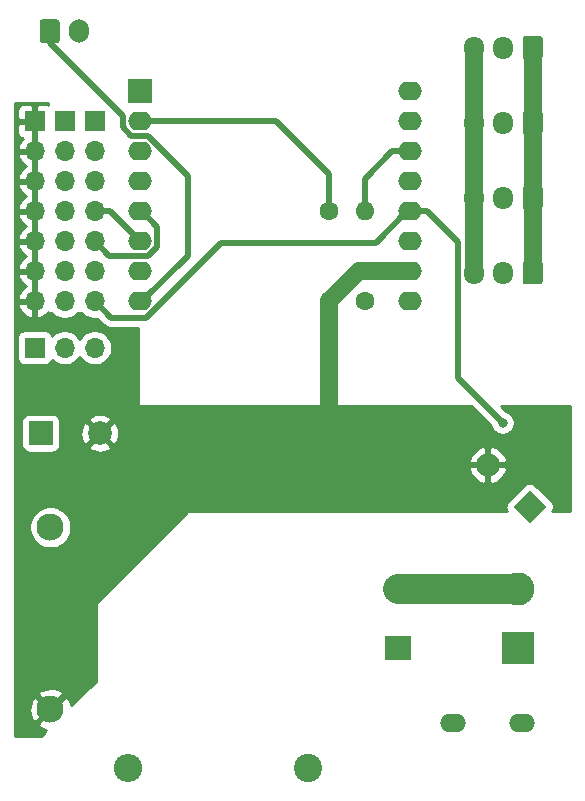
<source format=gbl>
G04 #@! TF.GenerationSoftware,KiCad,Pcbnew,5.1.5+dfsg1-2build2*
G04 #@! TF.CreationDate,2020-05-08T13:19:40+02:00*
G04 #@! TF.ProjectId,powered multisensor,706f7765-7265-4642-906d-756c74697365,rev?*
G04 #@! TF.SameCoordinates,Original*
G04 #@! TF.FileFunction,Copper,L2,Bot*
G04 #@! TF.FilePolarity,Positive*
%FSLAX46Y46*%
G04 Gerber Fmt 4.6, Leading zero omitted, Abs format (unit mm)*
G04 Created by KiCad (PCBNEW 5.1.5+dfsg1-2build2) date 2020-05-08 13:19:40*
%MOMM*%
%LPD*%
G04 APERTURE LIST*
%ADD10R,2.000000X2.000000*%
%ADD11C,2.000000*%
%ADD12R,1.700000X1.700000*%
%ADD13O,1.700000X1.700000*%
%ADD14R,2.800000X2.800000*%
%ADD15C,2.800000*%
%ADD16O,1.700000X1.950000*%
%ADD17C,0.100000*%
%ADD18O,1.700000X2.000000*%
%ADD19C,2.300000*%
%ADD20R,2.300000X2.000000*%
%ADD21C,1.600000*%
%ADD22O,1.600000X1.600000*%
%ADD23C,2.400000*%
%ADD24O,2.400000X2.400000*%
%ADD25O,2.000000X1.600000*%
%ADD26O,2.200000X1.524000*%
%ADD27C,0.800000*%
%ADD28C,1.500000*%
%ADD29C,0.500000*%
%ADD30C,2.500000*%
%ADD31C,0.254000*%
G04 APERTURE END LIST*
D10*
X56134000Y-60579000D03*
D11*
X61134000Y-60579000D03*
D12*
X60706000Y-34163000D03*
D13*
X60706000Y-36703000D03*
X60706000Y-39243000D03*
X60706000Y-41783000D03*
X60706000Y-44323000D03*
X60706000Y-46863000D03*
X60706000Y-49403000D03*
D14*
X96520000Y-78740000D03*
D15*
X96520000Y-73740000D03*
D13*
X55626000Y-49403000D03*
X55626000Y-46863000D03*
X55626000Y-44323000D03*
X55626000Y-41783000D03*
X55626000Y-39243000D03*
X55626000Y-36703000D03*
D12*
X55626000Y-34163000D03*
X55626000Y-53340000D03*
D13*
X58166000Y-53340000D03*
X60706000Y-53340000D03*
D12*
X58166000Y-34163000D03*
D13*
X58166000Y-36703000D03*
X58166000Y-39243000D03*
X58166000Y-41783000D03*
X58166000Y-44323000D03*
X58166000Y-46863000D03*
X58166000Y-49403000D03*
D16*
X92790000Y-27940000D03*
X95290000Y-27940000D03*
G04 #@! TA.AperFunction,ComponentPad*
D17*
G36*
X98414504Y-26966204D02*
G01*
X98438773Y-26969804D01*
X98462571Y-26975765D01*
X98485671Y-26984030D01*
X98507849Y-26994520D01*
X98528893Y-27007133D01*
X98548598Y-27021747D01*
X98566777Y-27038223D01*
X98583253Y-27056402D01*
X98597867Y-27076107D01*
X98610480Y-27097151D01*
X98620970Y-27119329D01*
X98629235Y-27142429D01*
X98635196Y-27166227D01*
X98638796Y-27190496D01*
X98640000Y-27215000D01*
X98640000Y-28665000D01*
X98638796Y-28689504D01*
X98635196Y-28713773D01*
X98629235Y-28737571D01*
X98620970Y-28760671D01*
X98610480Y-28782849D01*
X98597867Y-28803893D01*
X98583253Y-28823598D01*
X98566777Y-28841777D01*
X98548598Y-28858253D01*
X98528893Y-28872867D01*
X98507849Y-28885480D01*
X98485671Y-28895970D01*
X98462571Y-28904235D01*
X98438773Y-28910196D01*
X98414504Y-28913796D01*
X98390000Y-28915000D01*
X97190000Y-28915000D01*
X97165496Y-28913796D01*
X97141227Y-28910196D01*
X97117429Y-28904235D01*
X97094329Y-28895970D01*
X97072151Y-28885480D01*
X97051107Y-28872867D01*
X97031402Y-28858253D01*
X97013223Y-28841777D01*
X96996747Y-28823598D01*
X96982133Y-28803893D01*
X96969520Y-28782849D01*
X96959030Y-28760671D01*
X96950765Y-28737571D01*
X96944804Y-28713773D01*
X96941204Y-28689504D01*
X96940000Y-28665000D01*
X96940000Y-27215000D01*
X96941204Y-27190496D01*
X96944804Y-27166227D01*
X96950765Y-27142429D01*
X96959030Y-27119329D01*
X96969520Y-27097151D01*
X96982133Y-27076107D01*
X96996747Y-27056402D01*
X97013223Y-27038223D01*
X97031402Y-27021747D01*
X97051107Y-27007133D01*
X97072151Y-26994520D01*
X97094329Y-26984030D01*
X97117429Y-26975765D01*
X97141227Y-26969804D01*
X97165496Y-26966204D01*
X97190000Y-26965000D01*
X98390000Y-26965000D01*
X98414504Y-26966204D01*
G37*
G04 #@! TD.AperFunction*
G04 #@! TA.AperFunction,ComponentPad*
G36*
X98414504Y-33316204D02*
G01*
X98438773Y-33319804D01*
X98462571Y-33325765D01*
X98485671Y-33334030D01*
X98507849Y-33344520D01*
X98528893Y-33357133D01*
X98548598Y-33371747D01*
X98566777Y-33388223D01*
X98583253Y-33406402D01*
X98597867Y-33426107D01*
X98610480Y-33447151D01*
X98620970Y-33469329D01*
X98629235Y-33492429D01*
X98635196Y-33516227D01*
X98638796Y-33540496D01*
X98640000Y-33565000D01*
X98640000Y-35015000D01*
X98638796Y-35039504D01*
X98635196Y-35063773D01*
X98629235Y-35087571D01*
X98620970Y-35110671D01*
X98610480Y-35132849D01*
X98597867Y-35153893D01*
X98583253Y-35173598D01*
X98566777Y-35191777D01*
X98548598Y-35208253D01*
X98528893Y-35222867D01*
X98507849Y-35235480D01*
X98485671Y-35245970D01*
X98462571Y-35254235D01*
X98438773Y-35260196D01*
X98414504Y-35263796D01*
X98390000Y-35265000D01*
X97190000Y-35265000D01*
X97165496Y-35263796D01*
X97141227Y-35260196D01*
X97117429Y-35254235D01*
X97094329Y-35245970D01*
X97072151Y-35235480D01*
X97051107Y-35222867D01*
X97031402Y-35208253D01*
X97013223Y-35191777D01*
X96996747Y-35173598D01*
X96982133Y-35153893D01*
X96969520Y-35132849D01*
X96959030Y-35110671D01*
X96950765Y-35087571D01*
X96944804Y-35063773D01*
X96941204Y-35039504D01*
X96940000Y-35015000D01*
X96940000Y-33565000D01*
X96941204Y-33540496D01*
X96944804Y-33516227D01*
X96950765Y-33492429D01*
X96959030Y-33469329D01*
X96969520Y-33447151D01*
X96982133Y-33426107D01*
X96996747Y-33406402D01*
X97013223Y-33388223D01*
X97031402Y-33371747D01*
X97051107Y-33357133D01*
X97072151Y-33344520D01*
X97094329Y-33334030D01*
X97117429Y-33325765D01*
X97141227Y-33319804D01*
X97165496Y-33316204D01*
X97190000Y-33315000D01*
X98390000Y-33315000D01*
X98414504Y-33316204D01*
G37*
G04 #@! TD.AperFunction*
D16*
X95290000Y-34290000D03*
X92790000Y-34290000D03*
X92790000Y-40640000D03*
X95290000Y-40640000D03*
G04 #@! TA.AperFunction,ComponentPad*
D17*
G36*
X98414504Y-39666204D02*
G01*
X98438773Y-39669804D01*
X98462571Y-39675765D01*
X98485671Y-39684030D01*
X98507849Y-39694520D01*
X98528893Y-39707133D01*
X98548598Y-39721747D01*
X98566777Y-39738223D01*
X98583253Y-39756402D01*
X98597867Y-39776107D01*
X98610480Y-39797151D01*
X98620970Y-39819329D01*
X98629235Y-39842429D01*
X98635196Y-39866227D01*
X98638796Y-39890496D01*
X98640000Y-39915000D01*
X98640000Y-41365000D01*
X98638796Y-41389504D01*
X98635196Y-41413773D01*
X98629235Y-41437571D01*
X98620970Y-41460671D01*
X98610480Y-41482849D01*
X98597867Y-41503893D01*
X98583253Y-41523598D01*
X98566777Y-41541777D01*
X98548598Y-41558253D01*
X98528893Y-41572867D01*
X98507849Y-41585480D01*
X98485671Y-41595970D01*
X98462571Y-41604235D01*
X98438773Y-41610196D01*
X98414504Y-41613796D01*
X98390000Y-41615000D01*
X97190000Y-41615000D01*
X97165496Y-41613796D01*
X97141227Y-41610196D01*
X97117429Y-41604235D01*
X97094329Y-41595970D01*
X97072151Y-41585480D01*
X97051107Y-41572867D01*
X97031402Y-41558253D01*
X97013223Y-41541777D01*
X96996747Y-41523598D01*
X96982133Y-41503893D01*
X96969520Y-41482849D01*
X96959030Y-41460671D01*
X96950765Y-41437571D01*
X96944804Y-41413773D01*
X96941204Y-41389504D01*
X96940000Y-41365000D01*
X96940000Y-39915000D01*
X96941204Y-39890496D01*
X96944804Y-39866227D01*
X96950765Y-39842429D01*
X96959030Y-39819329D01*
X96969520Y-39797151D01*
X96982133Y-39776107D01*
X96996747Y-39756402D01*
X97013223Y-39738223D01*
X97031402Y-39721747D01*
X97051107Y-39707133D01*
X97072151Y-39694520D01*
X97094329Y-39684030D01*
X97117429Y-39675765D01*
X97141227Y-39669804D01*
X97165496Y-39666204D01*
X97190000Y-39665000D01*
X98390000Y-39665000D01*
X98414504Y-39666204D01*
G37*
G04 #@! TD.AperFunction*
G04 #@! TA.AperFunction,ComponentPad*
G36*
X57520504Y-25544204D02*
G01*
X57544773Y-25547804D01*
X57568571Y-25553765D01*
X57591671Y-25562030D01*
X57613849Y-25572520D01*
X57634893Y-25585133D01*
X57654598Y-25599747D01*
X57672777Y-25616223D01*
X57689253Y-25634402D01*
X57703867Y-25654107D01*
X57716480Y-25675151D01*
X57726970Y-25697329D01*
X57735235Y-25720429D01*
X57741196Y-25744227D01*
X57744796Y-25768496D01*
X57746000Y-25793000D01*
X57746000Y-27293000D01*
X57744796Y-27317504D01*
X57741196Y-27341773D01*
X57735235Y-27365571D01*
X57726970Y-27388671D01*
X57716480Y-27410849D01*
X57703867Y-27431893D01*
X57689253Y-27451598D01*
X57672777Y-27469777D01*
X57654598Y-27486253D01*
X57634893Y-27500867D01*
X57613849Y-27513480D01*
X57591671Y-27523970D01*
X57568571Y-27532235D01*
X57544773Y-27538196D01*
X57520504Y-27541796D01*
X57496000Y-27543000D01*
X56296000Y-27543000D01*
X56271496Y-27541796D01*
X56247227Y-27538196D01*
X56223429Y-27532235D01*
X56200329Y-27523970D01*
X56178151Y-27513480D01*
X56157107Y-27500867D01*
X56137402Y-27486253D01*
X56119223Y-27469777D01*
X56102747Y-27451598D01*
X56088133Y-27431893D01*
X56075520Y-27410849D01*
X56065030Y-27388671D01*
X56056765Y-27365571D01*
X56050804Y-27341773D01*
X56047204Y-27317504D01*
X56046000Y-27293000D01*
X56046000Y-25793000D01*
X56047204Y-25768496D01*
X56050804Y-25744227D01*
X56056765Y-25720429D01*
X56065030Y-25697329D01*
X56075520Y-25675151D01*
X56088133Y-25654107D01*
X56102747Y-25634402D01*
X56119223Y-25616223D01*
X56137402Y-25599747D01*
X56157107Y-25585133D01*
X56178151Y-25572520D01*
X56200329Y-25562030D01*
X56223429Y-25553765D01*
X56247227Y-25547804D01*
X56271496Y-25544204D01*
X56296000Y-25543000D01*
X57496000Y-25543000D01*
X57520504Y-25544204D01*
G37*
G04 #@! TD.AperFunction*
D18*
X59396000Y-26543000D03*
G04 #@! TA.AperFunction,ComponentPad*
D17*
G36*
X98414504Y-46016204D02*
G01*
X98438773Y-46019804D01*
X98462571Y-46025765D01*
X98485671Y-46034030D01*
X98507849Y-46044520D01*
X98528893Y-46057133D01*
X98548598Y-46071747D01*
X98566777Y-46088223D01*
X98583253Y-46106402D01*
X98597867Y-46126107D01*
X98610480Y-46147151D01*
X98620970Y-46169329D01*
X98629235Y-46192429D01*
X98635196Y-46216227D01*
X98638796Y-46240496D01*
X98640000Y-46265000D01*
X98640000Y-47715000D01*
X98638796Y-47739504D01*
X98635196Y-47763773D01*
X98629235Y-47787571D01*
X98620970Y-47810671D01*
X98610480Y-47832849D01*
X98597867Y-47853893D01*
X98583253Y-47873598D01*
X98566777Y-47891777D01*
X98548598Y-47908253D01*
X98528893Y-47922867D01*
X98507849Y-47935480D01*
X98485671Y-47945970D01*
X98462571Y-47954235D01*
X98438773Y-47960196D01*
X98414504Y-47963796D01*
X98390000Y-47965000D01*
X97190000Y-47965000D01*
X97165496Y-47963796D01*
X97141227Y-47960196D01*
X97117429Y-47954235D01*
X97094329Y-47945970D01*
X97072151Y-47935480D01*
X97051107Y-47922867D01*
X97031402Y-47908253D01*
X97013223Y-47891777D01*
X96996747Y-47873598D01*
X96982133Y-47853893D01*
X96969520Y-47832849D01*
X96959030Y-47810671D01*
X96950765Y-47787571D01*
X96944804Y-47763773D01*
X96941204Y-47739504D01*
X96940000Y-47715000D01*
X96940000Y-46265000D01*
X96941204Y-46240496D01*
X96944804Y-46216227D01*
X96950765Y-46192429D01*
X96959030Y-46169329D01*
X96969520Y-46147151D01*
X96982133Y-46126107D01*
X96996747Y-46106402D01*
X97013223Y-46088223D01*
X97031402Y-46071747D01*
X97051107Y-46057133D01*
X97072151Y-46044520D01*
X97094329Y-46034030D01*
X97117429Y-46025765D01*
X97141227Y-46019804D01*
X97165496Y-46016204D01*
X97190000Y-46015000D01*
X98390000Y-46015000D01*
X98414504Y-46016204D01*
G37*
G04 #@! TD.AperFunction*
D16*
X95290000Y-46990000D03*
X92790000Y-46990000D03*
D19*
X56960000Y-83940000D03*
D20*
X86360000Y-78740000D03*
D19*
X86360000Y-73740000D03*
X56960000Y-68540000D03*
D21*
X80518000Y-41783000D03*
D22*
X80518000Y-49403000D03*
X83566000Y-41783000D03*
D21*
X83566000Y-49403000D03*
D23*
X78740000Y-88900000D03*
D24*
X63500000Y-88900000D03*
D25*
X64516000Y-34163000D03*
D10*
X64516000Y-31623000D03*
D25*
X64516000Y-36703000D03*
X64516000Y-39243000D03*
X64516000Y-41783000D03*
X64516000Y-44323000D03*
X64516000Y-46863000D03*
X64516000Y-49403000D03*
X87376000Y-49403000D03*
X87376000Y-46863000D03*
X87376000Y-44323000D03*
X87376000Y-41783000D03*
X87376000Y-39243000D03*
X87376000Y-36703000D03*
X87376000Y-34163000D03*
X87376000Y-31623000D03*
D26*
X91080000Y-85090000D03*
X96900000Y-85090000D03*
G04 #@! TA.AperFunction,ComponentPad*
D17*
G36*
X98950214Y-66802000D02*
G01*
X97536000Y-68216214D01*
X96121786Y-66802000D01*
X97536000Y-65387786D01*
X98950214Y-66802000D01*
G37*
G04 #@! TD.AperFunction*
D11*
X94000466Y-63266466D03*
D27*
X95250000Y-59690000D03*
D28*
X97790000Y-46990000D02*
X97790000Y-40640000D01*
X97790000Y-40640000D02*
X97790000Y-34290000D01*
X97790000Y-34290000D02*
X97790000Y-27940000D01*
X92790000Y-46990000D02*
X92790000Y-40640000D01*
X92790000Y-40640000D02*
X92790000Y-34290000D01*
X92790000Y-34290000D02*
X92790000Y-27940000D01*
X83058000Y-46863000D02*
X80518000Y-49403000D01*
X87376000Y-46863000D02*
X83058000Y-46863000D01*
X80518000Y-49403000D02*
X80518000Y-50534370D01*
X80518000Y-50534370D02*
X80518000Y-58674000D01*
D29*
X88876000Y-41783000D02*
X87376000Y-41783000D01*
X91489990Y-44396990D02*
X88876000Y-41783000D01*
X91489990Y-55929990D02*
X91489990Y-44396990D01*
X95250000Y-59690000D02*
X91489990Y-55929990D01*
X65086781Y-50800000D02*
X62103000Y-50800000D01*
X71436781Y-44450000D02*
X65086781Y-50800000D01*
X62103000Y-50800000D02*
X60706000Y-49403000D01*
X84509000Y-44450000D02*
X71436781Y-44450000D01*
X87176000Y-41783000D02*
X84509000Y-44450000D01*
X87376000Y-41783000D02*
X87176000Y-41783000D01*
X80518000Y-38608000D02*
X80518000Y-41783000D01*
X76073000Y-34163000D02*
X80518000Y-38608000D01*
X64516000Y-34163000D02*
X76073000Y-34163000D01*
X61976000Y-41783000D02*
X64516000Y-44323000D01*
X60706000Y-41783000D02*
X61976000Y-41783000D01*
X66016000Y-43083000D02*
X64716000Y-41783000D01*
X66016000Y-44790781D02*
X66016000Y-43083000D01*
X64716000Y-41783000D02*
X64516000Y-41783000D01*
X65233771Y-45573010D02*
X66016000Y-44790781D01*
X61956010Y-45573010D02*
X65233771Y-45573010D01*
X60706000Y-44323000D02*
X61956010Y-45573010D01*
D30*
X96520000Y-73740000D02*
X86360000Y-73740000D01*
D29*
X64716000Y-49403000D02*
X64516000Y-49403000D01*
X68580000Y-38799219D02*
X68580000Y-45539000D01*
X65193791Y-35413010D02*
X68580000Y-38799219D01*
X63798229Y-35413010D02*
X65193791Y-35413010D01*
X63065990Y-34680771D02*
X63798229Y-35413010D01*
X63065990Y-33712990D02*
X63065990Y-34680771D01*
X56896000Y-27543000D02*
X63065990Y-33712990D01*
X68580000Y-45539000D02*
X64716000Y-49403000D01*
X56896000Y-26543000D02*
X56896000Y-27543000D01*
X83566000Y-39013000D02*
X83566000Y-40651630D01*
X85876000Y-36703000D02*
X83566000Y-39013000D01*
X83566000Y-40651630D02*
X83566000Y-41783000D01*
X87376000Y-36703000D02*
X85876000Y-36703000D01*
D31*
G36*
X56769000Y-32749593D02*
G01*
X56720180Y-32723498D01*
X56600482Y-32687188D01*
X56476000Y-32674928D01*
X55911750Y-32678000D01*
X55753000Y-32836750D01*
X55753000Y-34036000D01*
X55773000Y-34036000D01*
X55773000Y-34290000D01*
X55753000Y-34290000D01*
X55753000Y-36576000D01*
X55773000Y-36576000D01*
X55773000Y-36830000D01*
X55753000Y-36830000D01*
X55753000Y-39116000D01*
X55773000Y-39116000D01*
X55773000Y-39370000D01*
X55753000Y-39370000D01*
X55753000Y-41656000D01*
X55773000Y-41656000D01*
X55773000Y-41910000D01*
X55753000Y-41910000D01*
X55753000Y-44196000D01*
X55773000Y-44196000D01*
X55773000Y-44450000D01*
X55753000Y-44450000D01*
X55753000Y-46736000D01*
X55773000Y-46736000D01*
X55773000Y-46990000D01*
X55753000Y-46990000D01*
X55753000Y-49276000D01*
X55773000Y-49276000D01*
X55773000Y-49530000D01*
X55753000Y-49530000D01*
X55753000Y-50723814D01*
X55982891Y-50844481D01*
X56257252Y-50747157D01*
X56507355Y-50598178D01*
X56723588Y-50403269D01*
X56776257Y-50332656D01*
X56778667Y-50340601D01*
X56790403Y-50362557D01*
X56806197Y-50381803D01*
X56825443Y-50397597D01*
X56847399Y-50409333D01*
X56871224Y-50416560D01*
X56896000Y-50419000D01*
X57081893Y-50419000D01*
X57219368Y-50556475D01*
X57462589Y-50718990D01*
X57732842Y-50830932D01*
X58019740Y-50888000D01*
X58312260Y-50888000D01*
X58599158Y-50830932D01*
X58869411Y-50718990D01*
X59112632Y-50556475D01*
X59250107Y-50419000D01*
X59621893Y-50419000D01*
X59759368Y-50556475D01*
X60002589Y-50718990D01*
X60272842Y-50830932D01*
X60559740Y-50888000D01*
X60852260Y-50888000D01*
X60924960Y-50873539D01*
X61446470Y-51395049D01*
X61474183Y-51428817D01*
X61507951Y-51456530D01*
X61507953Y-51456532D01*
X61579452Y-51515210D01*
X61608941Y-51539411D01*
X61762687Y-51621589D01*
X61929510Y-51672195D01*
X62059523Y-51685000D01*
X62059533Y-51685000D01*
X62102999Y-51689281D01*
X62146465Y-51685000D01*
X64389000Y-51685000D01*
X64389000Y-58166000D01*
X64391440Y-58190776D01*
X64398667Y-58214601D01*
X64410403Y-58236557D01*
X64426197Y-58255803D01*
X64445443Y-58271597D01*
X64467399Y-58283333D01*
X64491224Y-58290560D01*
X64516000Y-58293000D01*
X92601421Y-58293000D01*
X94243465Y-59935044D01*
X94254774Y-59991898D01*
X94332795Y-60180256D01*
X94446063Y-60349774D01*
X94590226Y-60493937D01*
X94759744Y-60607205D01*
X94948102Y-60685226D01*
X95148061Y-60725000D01*
X95351939Y-60725000D01*
X95551898Y-60685226D01*
X95740256Y-60607205D01*
X95909774Y-60493937D01*
X96053937Y-60349774D01*
X96167205Y-60180256D01*
X96245226Y-59991898D01*
X96285000Y-59791939D01*
X96285000Y-59588061D01*
X96245226Y-59388102D01*
X96167205Y-59199744D01*
X96053937Y-59030226D01*
X95909774Y-58886063D01*
X95740256Y-58772795D01*
X95551898Y-58694774D01*
X95495044Y-58683465D01*
X95104579Y-58293000D01*
X100940000Y-58293000D01*
X100940000Y-67183000D01*
X99458998Y-67183000D01*
X99480751Y-67156494D01*
X99539716Y-67046180D01*
X99576026Y-66926482D01*
X99588286Y-66802000D01*
X99576026Y-66677518D01*
X99539716Y-66557820D01*
X99480751Y-66447506D01*
X99401399Y-66350815D01*
X97987185Y-64936601D01*
X97890494Y-64857249D01*
X97780180Y-64798284D01*
X97660482Y-64761974D01*
X97536000Y-64749714D01*
X97411518Y-64761974D01*
X97291820Y-64798284D01*
X97181506Y-64857249D01*
X97084815Y-64936601D01*
X95670601Y-66350815D01*
X95591249Y-66447506D01*
X95532284Y-66557820D01*
X95495974Y-66677518D01*
X95483714Y-66802000D01*
X95495974Y-66926482D01*
X95532284Y-67046180D01*
X95591249Y-67156494D01*
X95613002Y-67183000D01*
X68580000Y-67183000D01*
X68555224Y-67185440D01*
X68531399Y-67192667D01*
X68509443Y-67204403D01*
X68490197Y-67220197D01*
X60870197Y-74840197D01*
X60854403Y-74859443D01*
X60842667Y-74881399D01*
X60835440Y-74905224D01*
X60833000Y-74930000D01*
X60833000Y-81655759D01*
X60664980Y-81745852D01*
X60615266Y-81779133D01*
X60565105Y-81811707D01*
X60557945Y-81817505D01*
X60557941Y-81817508D01*
X60557937Y-81817512D01*
X60289220Y-82038239D01*
X60262233Y-82060386D01*
X58716556Y-83606064D01*
X58707240Y-83534681D01*
X58594594Y-83201600D01*
X58482090Y-82991118D01*
X58202349Y-82877256D01*
X57139605Y-83940000D01*
X57153748Y-83954143D01*
X56974143Y-84133748D01*
X56960000Y-84119605D01*
X55897256Y-85182349D01*
X56011118Y-85462090D01*
X56326296Y-85617961D01*
X56624418Y-85698204D01*
X56533387Y-85789235D01*
X56511762Y-85815585D01*
X56493628Y-85833719D01*
X56487829Y-85840881D01*
X56247273Y-86142220D01*
X56214712Y-86192360D01*
X56187505Y-86233000D01*
X54000000Y-86233000D01*
X54000000Y-83996661D01*
X55167259Y-83996661D01*
X55212760Y-84345319D01*
X55325406Y-84678400D01*
X55437910Y-84888882D01*
X55717651Y-85002744D01*
X56780395Y-83940000D01*
X55717651Y-82877256D01*
X55437910Y-82991118D01*
X55282039Y-83306296D01*
X55190651Y-83645826D01*
X55167259Y-83996661D01*
X54000000Y-83996661D01*
X54000000Y-82697651D01*
X55897256Y-82697651D01*
X56960000Y-83760395D01*
X58022744Y-82697651D01*
X57908882Y-82417910D01*
X57593704Y-82262039D01*
X57254174Y-82170651D01*
X56903339Y-82147259D01*
X56554681Y-82192760D01*
X56221600Y-82305406D01*
X56011118Y-82417910D01*
X55897256Y-82697651D01*
X54000000Y-82697651D01*
X54000000Y-68364193D01*
X55175000Y-68364193D01*
X55175000Y-68715807D01*
X55243596Y-69060665D01*
X55378153Y-69385515D01*
X55573500Y-69677871D01*
X55822129Y-69926500D01*
X56114485Y-70121847D01*
X56439335Y-70256404D01*
X56784193Y-70325000D01*
X57135807Y-70325000D01*
X57480665Y-70256404D01*
X57805515Y-70121847D01*
X58097871Y-69926500D01*
X58346500Y-69677871D01*
X58541847Y-69385515D01*
X58676404Y-69060665D01*
X58745000Y-68715807D01*
X58745000Y-68364193D01*
X58676404Y-68019335D01*
X58541847Y-67694485D01*
X58346500Y-67402129D01*
X58097871Y-67153500D01*
X57805515Y-66958153D01*
X57480665Y-66823596D01*
X57135807Y-66755000D01*
X56784193Y-66755000D01*
X56439335Y-66823596D01*
X56114485Y-66958153D01*
X55822129Y-67153500D01*
X55573500Y-67402129D01*
X55378153Y-67694485D01*
X55243596Y-68019335D01*
X55175000Y-68364193D01*
X54000000Y-68364193D01*
X54000000Y-63648141D01*
X92402505Y-63648141D01*
X92507670Y-63952554D01*
X92670203Y-64230601D01*
X92883857Y-64471597D01*
X93140422Y-64666280D01*
X93430038Y-64807169D01*
X93618791Y-64864427D01*
X93873466Y-64745183D01*
X93873466Y-63393466D01*
X94127466Y-63393466D01*
X94127466Y-64745183D01*
X94382141Y-64864427D01*
X94686554Y-64759262D01*
X94964601Y-64596729D01*
X95205597Y-64383075D01*
X95400280Y-64126510D01*
X95541169Y-63836894D01*
X95598427Y-63648141D01*
X95479183Y-63393466D01*
X94127466Y-63393466D01*
X93873466Y-63393466D01*
X92521749Y-63393466D01*
X92402505Y-63648141D01*
X54000000Y-63648141D01*
X54000000Y-62884791D01*
X92402505Y-62884791D01*
X92521749Y-63139466D01*
X93873466Y-63139466D01*
X93873466Y-61787749D01*
X94127466Y-61787749D01*
X94127466Y-63139466D01*
X95479183Y-63139466D01*
X95598427Y-62884791D01*
X95493262Y-62580378D01*
X95330729Y-62302331D01*
X95117075Y-62061335D01*
X94860510Y-61866652D01*
X94570894Y-61725763D01*
X94382141Y-61668505D01*
X94127466Y-61787749D01*
X93873466Y-61787749D01*
X93618791Y-61668505D01*
X93314378Y-61773670D01*
X93036331Y-61936203D01*
X92795335Y-62149857D01*
X92600652Y-62406422D01*
X92459763Y-62696038D01*
X92402505Y-62884791D01*
X54000000Y-62884791D01*
X54000000Y-59579000D01*
X54495928Y-59579000D01*
X54495928Y-61579000D01*
X54508188Y-61703482D01*
X54544498Y-61823180D01*
X54603463Y-61933494D01*
X54682815Y-62030185D01*
X54779506Y-62109537D01*
X54889820Y-62168502D01*
X55009518Y-62204812D01*
X55134000Y-62217072D01*
X57134000Y-62217072D01*
X57258482Y-62204812D01*
X57378180Y-62168502D01*
X57488494Y-62109537D01*
X57585185Y-62030185D01*
X57664537Y-61933494D01*
X57723502Y-61823180D01*
X57756496Y-61714413D01*
X60178192Y-61714413D01*
X60273956Y-61978814D01*
X60563571Y-62119704D01*
X60875108Y-62201384D01*
X61196595Y-62220718D01*
X61515675Y-62176961D01*
X61820088Y-62071795D01*
X61994044Y-61978814D01*
X62089808Y-61714413D01*
X61134000Y-60758605D01*
X60178192Y-61714413D01*
X57756496Y-61714413D01*
X57759812Y-61703482D01*
X57772072Y-61579000D01*
X57772072Y-60641595D01*
X59492282Y-60641595D01*
X59536039Y-60960675D01*
X59641205Y-61265088D01*
X59734186Y-61439044D01*
X59998587Y-61534808D01*
X60954395Y-60579000D01*
X61313605Y-60579000D01*
X62269413Y-61534808D01*
X62533814Y-61439044D01*
X62674704Y-61149429D01*
X62756384Y-60837892D01*
X62775718Y-60516405D01*
X62731961Y-60197325D01*
X62626795Y-59892912D01*
X62533814Y-59718956D01*
X62269413Y-59623192D01*
X61313605Y-60579000D01*
X60954395Y-60579000D01*
X59998587Y-59623192D01*
X59734186Y-59718956D01*
X59593296Y-60008571D01*
X59511616Y-60320108D01*
X59492282Y-60641595D01*
X57772072Y-60641595D01*
X57772072Y-59579000D01*
X57759812Y-59454518D01*
X57756497Y-59443587D01*
X60178192Y-59443587D01*
X61134000Y-60399395D01*
X62089808Y-59443587D01*
X61994044Y-59179186D01*
X61704429Y-59038296D01*
X61392892Y-58956616D01*
X61071405Y-58937282D01*
X60752325Y-58981039D01*
X60447912Y-59086205D01*
X60273956Y-59179186D01*
X60178192Y-59443587D01*
X57756497Y-59443587D01*
X57723502Y-59334820D01*
X57664537Y-59224506D01*
X57585185Y-59127815D01*
X57488494Y-59048463D01*
X57378180Y-58989498D01*
X57258482Y-58953188D01*
X57134000Y-58940928D01*
X55134000Y-58940928D01*
X55009518Y-58953188D01*
X54889820Y-58989498D01*
X54779506Y-59048463D01*
X54682815Y-59127815D01*
X54603463Y-59224506D01*
X54544498Y-59334820D01*
X54508188Y-59454518D01*
X54495928Y-59579000D01*
X54000000Y-59579000D01*
X54000000Y-52490000D01*
X54137928Y-52490000D01*
X54137928Y-54190000D01*
X54150188Y-54314482D01*
X54186498Y-54434180D01*
X54245463Y-54544494D01*
X54324815Y-54641185D01*
X54421506Y-54720537D01*
X54531820Y-54779502D01*
X54651518Y-54815812D01*
X54776000Y-54828072D01*
X56476000Y-54828072D01*
X56600482Y-54815812D01*
X56720180Y-54779502D01*
X56830494Y-54720537D01*
X56927185Y-54641185D01*
X57006537Y-54544494D01*
X57065502Y-54434180D01*
X57087513Y-54361620D01*
X57219368Y-54493475D01*
X57462589Y-54655990D01*
X57732842Y-54767932D01*
X58019740Y-54825000D01*
X58312260Y-54825000D01*
X58599158Y-54767932D01*
X58869411Y-54655990D01*
X59112632Y-54493475D01*
X59319475Y-54286632D01*
X59436000Y-54112240D01*
X59552525Y-54286632D01*
X59759368Y-54493475D01*
X60002589Y-54655990D01*
X60272842Y-54767932D01*
X60559740Y-54825000D01*
X60852260Y-54825000D01*
X61139158Y-54767932D01*
X61409411Y-54655990D01*
X61652632Y-54493475D01*
X61859475Y-54286632D01*
X62021990Y-54043411D01*
X62133932Y-53773158D01*
X62191000Y-53486260D01*
X62191000Y-53193740D01*
X62133932Y-52906842D01*
X62021990Y-52636589D01*
X61859475Y-52393368D01*
X61652632Y-52186525D01*
X61409411Y-52024010D01*
X61139158Y-51912068D01*
X60852260Y-51855000D01*
X60559740Y-51855000D01*
X60272842Y-51912068D01*
X60002589Y-52024010D01*
X59759368Y-52186525D01*
X59552525Y-52393368D01*
X59436000Y-52567760D01*
X59319475Y-52393368D01*
X59112632Y-52186525D01*
X58869411Y-52024010D01*
X58599158Y-51912068D01*
X58312260Y-51855000D01*
X58019740Y-51855000D01*
X57732842Y-51912068D01*
X57462589Y-52024010D01*
X57219368Y-52186525D01*
X57087513Y-52318380D01*
X57065502Y-52245820D01*
X57006537Y-52135506D01*
X56927185Y-52038815D01*
X56830494Y-51959463D01*
X56720180Y-51900498D01*
X56600482Y-51864188D01*
X56476000Y-51851928D01*
X54776000Y-51851928D01*
X54651518Y-51864188D01*
X54531820Y-51900498D01*
X54421506Y-51959463D01*
X54324815Y-52038815D01*
X54245463Y-52135506D01*
X54186498Y-52245820D01*
X54150188Y-52365518D01*
X54137928Y-52490000D01*
X54000000Y-52490000D01*
X54000000Y-49759890D01*
X54184524Y-49759890D01*
X54229175Y-49907099D01*
X54354359Y-50169920D01*
X54528412Y-50403269D01*
X54744645Y-50598178D01*
X54994748Y-50747157D01*
X55269109Y-50844481D01*
X55499000Y-50723814D01*
X55499000Y-49530000D01*
X54305845Y-49530000D01*
X54184524Y-49759890D01*
X54000000Y-49759890D01*
X54000000Y-47219890D01*
X54184524Y-47219890D01*
X54229175Y-47367099D01*
X54354359Y-47629920D01*
X54528412Y-47863269D01*
X54744645Y-48058178D01*
X54870255Y-48133000D01*
X54744645Y-48207822D01*
X54528412Y-48402731D01*
X54354359Y-48636080D01*
X54229175Y-48898901D01*
X54184524Y-49046110D01*
X54305845Y-49276000D01*
X55499000Y-49276000D01*
X55499000Y-46990000D01*
X54305845Y-46990000D01*
X54184524Y-47219890D01*
X54000000Y-47219890D01*
X54000000Y-44679890D01*
X54184524Y-44679890D01*
X54229175Y-44827099D01*
X54354359Y-45089920D01*
X54528412Y-45323269D01*
X54744645Y-45518178D01*
X54870255Y-45593000D01*
X54744645Y-45667822D01*
X54528412Y-45862731D01*
X54354359Y-46096080D01*
X54229175Y-46358901D01*
X54184524Y-46506110D01*
X54305845Y-46736000D01*
X55499000Y-46736000D01*
X55499000Y-44450000D01*
X54305845Y-44450000D01*
X54184524Y-44679890D01*
X54000000Y-44679890D01*
X54000000Y-42139890D01*
X54184524Y-42139890D01*
X54229175Y-42287099D01*
X54354359Y-42549920D01*
X54528412Y-42783269D01*
X54744645Y-42978178D01*
X54870255Y-43053000D01*
X54744645Y-43127822D01*
X54528412Y-43322731D01*
X54354359Y-43556080D01*
X54229175Y-43818901D01*
X54184524Y-43966110D01*
X54305845Y-44196000D01*
X55499000Y-44196000D01*
X55499000Y-41910000D01*
X54305845Y-41910000D01*
X54184524Y-42139890D01*
X54000000Y-42139890D01*
X54000000Y-39599890D01*
X54184524Y-39599890D01*
X54229175Y-39747099D01*
X54354359Y-40009920D01*
X54528412Y-40243269D01*
X54744645Y-40438178D01*
X54870255Y-40513000D01*
X54744645Y-40587822D01*
X54528412Y-40782731D01*
X54354359Y-41016080D01*
X54229175Y-41278901D01*
X54184524Y-41426110D01*
X54305845Y-41656000D01*
X55499000Y-41656000D01*
X55499000Y-39370000D01*
X54305845Y-39370000D01*
X54184524Y-39599890D01*
X54000000Y-39599890D01*
X54000000Y-37059890D01*
X54184524Y-37059890D01*
X54229175Y-37207099D01*
X54354359Y-37469920D01*
X54528412Y-37703269D01*
X54744645Y-37898178D01*
X54870255Y-37973000D01*
X54744645Y-38047822D01*
X54528412Y-38242731D01*
X54354359Y-38476080D01*
X54229175Y-38738901D01*
X54184524Y-38886110D01*
X54305845Y-39116000D01*
X55499000Y-39116000D01*
X55499000Y-36830000D01*
X54305845Y-36830000D01*
X54184524Y-37059890D01*
X54000000Y-37059890D01*
X54000000Y-35013000D01*
X54137928Y-35013000D01*
X54150188Y-35137482D01*
X54186498Y-35257180D01*
X54245463Y-35367494D01*
X54324815Y-35464185D01*
X54421506Y-35543537D01*
X54531820Y-35602502D01*
X54612466Y-35626966D01*
X54528412Y-35702731D01*
X54354359Y-35936080D01*
X54229175Y-36198901D01*
X54184524Y-36346110D01*
X54305845Y-36576000D01*
X55499000Y-36576000D01*
X55499000Y-34290000D01*
X54299750Y-34290000D01*
X54141000Y-34448750D01*
X54137928Y-35013000D01*
X54000000Y-35013000D01*
X54000000Y-33313000D01*
X54137928Y-33313000D01*
X54141000Y-33877250D01*
X54299750Y-34036000D01*
X55499000Y-34036000D01*
X55499000Y-32836750D01*
X55340250Y-32678000D01*
X54776000Y-32674928D01*
X54651518Y-32687188D01*
X54531820Y-32723498D01*
X54421506Y-32782463D01*
X54324815Y-32861815D01*
X54245463Y-32958506D01*
X54186498Y-33068820D01*
X54150188Y-33188518D01*
X54137928Y-33313000D01*
X54000000Y-33313000D01*
X54000000Y-32639000D01*
X56769000Y-32639000D01*
X56769000Y-32749593D01*
G37*
X56769000Y-32749593D02*
X56720180Y-32723498D01*
X56600482Y-32687188D01*
X56476000Y-32674928D01*
X55911750Y-32678000D01*
X55753000Y-32836750D01*
X55753000Y-34036000D01*
X55773000Y-34036000D01*
X55773000Y-34290000D01*
X55753000Y-34290000D01*
X55753000Y-36576000D01*
X55773000Y-36576000D01*
X55773000Y-36830000D01*
X55753000Y-36830000D01*
X55753000Y-39116000D01*
X55773000Y-39116000D01*
X55773000Y-39370000D01*
X55753000Y-39370000D01*
X55753000Y-41656000D01*
X55773000Y-41656000D01*
X55773000Y-41910000D01*
X55753000Y-41910000D01*
X55753000Y-44196000D01*
X55773000Y-44196000D01*
X55773000Y-44450000D01*
X55753000Y-44450000D01*
X55753000Y-46736000D01*
X55773000Y-46736000D01*
X55773000Y-46990000D01*
X55753000Y-46990000D01*
X55753000Y-49276000D01*
X55773000Y-49276000D01*
X55773000Y-49530000D01*
X55753000Y-49530000D01*
X55753000Y-50723814D01*
X55982891Y-50844481D01*
X56257252Y-50747157D01*
X56507355Y-50598178D01*
X56723588Y-50403269D01*
X56776257Y-50332656D01*
X56778667Y-50340601D01*
X56790403Y-50362557D01*
X56806197Y-50381803D01*
X56825443Y-50397597D01*
X56847399Y-50409333D01*
X56871224Y-50416560D01*
X56896000Y-50419000D01*
X57081893Y-50419000D01*
X57219368Y-50556475D01*
X57462589Y-50718990D01*
X57732842Y-50830932D01*
X58019740Y-50888000D01*
X58312260Y-50888000D01*
X58599158Y-50830932D01*
X58869411Y-50718990D01*
X59112632Y-50556475D01*
X59250107Y-50419000D01*
X59621893Y-50419000D01*
X59759368Y-50556475D01*
X60002589Y-50718990D01*
X60272842Y-50830932D01*
X60559740Y-50888000D01*
X60852260Y-50888000D01*
X60924960Y-50873539D01*
X61446470Y-51395049D01*
X61474183Y-51428817D01*
X61507951Y-51456530D01*
X61507953Y-51456532D01*
X61579452Y-51515210D01*
X61608941Y-51539411D01*
X61762687Y-51621589D01*
X61929510Y-51672195D01*
X62059523Y-51685000D01*
X62059533Y-51685000D01*
X62102999Y-51689281D01*
X62146465Y-51685000D01*
X64389000Y-51685000D01*
X64389000Y-58166000D01*
X64391440Y-58190776D01*
X64398667Y-58214601D01*
X64410403Y-58236557D01*
X64426197Y-58255803D01*
X64445443Y-58271597D01*
X64467399Y-58283333D01*
X64491224Y-58290560D01*
X64516000Y-58293000D01*
X92601421Y-58293000D01*
X94243465Y-59935044D01*
X94254774Y-59991898D01*
X94332795Y-60180256D01*
X94446063Y-60349774D01*
X94590226Y-60493937D01*
X94759744Y-60607205D01*
X94948102Y-60685226D01*
X95148061Y-60725000D01*
X95351939Y-60725000D01*
X95551898Y-60685226D01*
X95740256Y-60607205D01*
X95909774Y-60493937D01*
X96053937Y-60349774D01*
X96167205Y-60180256D01*
X96245226Y-59991898D01*
X96285000Y-59791939D01*
X96285000Y-59588061D01*
X96245226Y-59388102D01*
X96167205Y-59199744D01*
X96053937Y-59030226D01*
X95909774Y-58886063D01*
X95740256Y-58772795D01*
X95551898Y-58694774D01*
X95495044Y-58683465D01*
X95104579Y-58293000D01*
X100940000Y-58293000D01*
X100940000Y-67183000D01*
X99458998Y-67183000D01*
X99480751Y-67156494D01*
X99539716Y-67046180D01*
X99576026Y-66926482D01*
X99588286Y-66802000D01*
X99576026Y-66677518D01*
X99539716Y-66557820D01*
X99480751Y-66447506D01*
X99401399Y-66350815D01*
X97987185Y-64936601D01*
X97890494Y-64857249D01*
X97780180Y-64798284D01*
X97660482Y-64761974D01*
X97536000Y-64749714D01*
X97411518Y-64761974D01*
X97291820Y-64798284D01*
X97181506Y-64857249D01*
X97084815Y-64936601D01*
X95670601Y-66350815D01*
X95591249Y-66447506D01*
X95532284Y-66557820D01*
X95495974Y-66677518D01*
X95483714Y-66802000D01*
X95495974Y-66926482D01*
X95532284Y-67046180D01*
X95591249Y-67156494D01*
X95613002Y-67183000D01*
X68580000Y-67183000D01*
X68555224Y-67185440D01*
X68531399Y-67192667D01*
X68509443Y-67204403D01*
X68490197Y-67220197D01*
X60870197Y-74840197D01*
X60854403Y-74859443D01*
X60842667Y-74881399D01*
X60835440Y-74905224D01*
X60833000Y-74930000D01*
X60833000Y-81655759D01*
X60664980Y-81745852D01*
X60615266Y-81779133D01*
X60565105Y-81811707D01*
X60557945Y-81817505D01*
X60557941Y-81817508D01*
X60557937Y-81817512D01*
X60289220Y-82038239D01*
X60262233Y-82060386D01*
X58716556Y-83606064D01*
X58707240Y-83534681D01*
X58594594Y-83201600D01*
X58482090Y-82991118D01*
X58202349Y-82877256D01*
X57139605Y-83940000D01*
X57153748Y-83954143D01*
X56974143Y-84133748D01*
X56960000Y-84119605D01*
X55897256Y-85182349D01*
X56011118Y-85462090D01*
X56326296Y-85617961D01*
X56624418Y-85698204D01*
X56533387Y-85789235D01*
X56511762Y-85815585D01*
X56493628Y-85833719D01*
X56487829Y-85840881D01*
X56247273Y-86142220D01*
X56214712Y-86192360D01*
X56187505Y-86233000D01*
X54000000Y-86233000D01*
X54000000Y-83996661D01*
X55167259Y-83996661D01*
X55212760Y-84345319D01*
X55325406Y-84678400D01*
X55437910Y-84888882D01*
X55717651Y-85002744D01*
X56780395Y-83940000D01*
X55717651Y-82877256D01*
X55437910Y-82991118D01*
X55282039Y-83306296D01*
X55190651Y-83645826D01*
X55167259Y-83996661D01*
X54000000Y-83996661D01*
X54000000Y-82697651D01*
X55897256Y-82697651D01*
X56960000Y-83760395D01*
X58022744Y-82697651D01*
X57908882Y-82417910D01*
X57593704Y-82262039D01*
X57254174Y-82170651D01*
X56903339Y-82147259D01*
X56554681Y-82192760D01*
X56221600Y-82305406D01*
X56011118Y-82417910D01*
X55897256Y-82697651D01*
X54000000Y-82697651D01*
X54000000Y-68364193D01*
X55175000Y-68364193D01*
X55175000Y-68715807D01*
X55243596Y-69060665D01*
X55378153Y-69385515D01*
X55573500Y-69677871D01*
X55822129Y-69926500D01*
X56114485Y-70121847D01*
X56439335Y-70256404D01*
X56784193Y-70325000D01*
X57135807Y-70325000D01*
X57480665Y-70256404D01*
X57805515Y-70121847D01*
X58097871Y-69926500D01*
X58346500Y-69677871D01*
X58541847Y-69385515D01*
X58676404Y-69060665D01*
X58745000Y-68715807D01*
X58745000Y-68364193D01*
X58676404Y-68019335D01*
X58541847Y-67694485D01*
X58346500Y-67402129D01*
X58097871Y-67153500D01*
X57805515Y-66958153D01*
X57480665Y-66823596D01*
X57135807Y-66755000D01*
X56784193Y-66755000D01*
X56439335Y-66823596D01*
X56114485Y-66958153D01*
X55822129Y-67153500D01*
X55573500Y-67402129D01*
X55378153Y-67694485D01*
X55243596Y-68019335D01*
X55175000Y-68364193D01*
X54000000Y-68364193D01*
X54000000Y-63648141D01*
X92402505Y-63648141D01*
X92507670Y-63952554D01*
X92670203Y-64230601D01*
X92883857Y-64471597D01*
X93140422Y-64666280D01*
X93430038Y-64807169D01*
X93618791Y-64864427D01*
X93873466Y-64745183D01*
X93873466Y-63393466D01*
X94127466Y-63393466D01*
X94127466Y-64745183D01*
X94382141Y-64864427D01*
X94686554Y-64759262D01*
X94964601Y-64596729D01*
X95205597Y-64383075D01*
X95400280Y-64126510D01*
X95541169Y-63836894D01*
X95598427Y-63648141D01*
X95479183Y-63393466D01*
X94127466Y-63393466D01*
X93873466Y-63393466D01*
X92521749Y-63393466D01*
X92402505Y-63648141D01*
X54000000Y-63648141D01*
X54000000Y-62884791D01*
X92402505Y-62884791D01*
X92521749Y-63139466D01*
X93873466Y-63139466D01*
X93873466Y-61787749D01*
X94127466Y-61787749D01*
X94127466Y-63139466D01*
X95479183Y-63139466D01*
X95598427Y-62884791D01*
X95493262Y-62580378D01*
X95330729Y-62302331D01*
X95117075Y-62061335D01*
X94860510Y-61866652D01*
X94570894Y-61725763D01*
X94382141Y-61668505D01*
X94127466Y-61787749D01*
X93873466Y-61787749D01*
X93618791Y-61668505D01*
X93314378Y-61773670D01*
X93036331Y-61936203D01*
X92795335Y-62149857D01*
X92600652Y-62406422D01*
X92459763Y-62696038D01*
X92402505Y-62884791D01*
X54000000Y-62884791D01*
X54000000Y-59579000D01*
X54495928Y-59579000D01*
X54495928Y-61579000D01*
X54508188Y-61703482D01*
X54544498Y-61823180D01*
X54603463Y-61933494D01*
X54682815Y-62030185D01*
X54779506Y-62109537D01*
X54889820Y-62168502D01*
X55009518Y-62204812D01*
X55134000Y-62217072D01*
X57134000Y-62217072D01*
X57258482Y-62204812D01*
X57378180Y-62168502D01*
X57488494Y-62109537D01*
X57585185Y-62030185D01*
X57664537Y-61933494D01*
X57723502Y-61823180D01*
X57756496Y-61714413D01*
X60178192Y-61714413D01*
X60273956Y-61978814D01*
X60563571Y-62119704D01*
X60875108Y-62201384D01*
X61196595Y-62220718D01*
X61515675Y-62176961D01*
X61820088Y-62071795D01*
X61994044Y-61978814D01*
X62089808Y-61714413D01*
X61134000Y-60758605D01*
X60178192Y-61714413D01*
X57756496Y-61714413D01*
X57759812Y-61703482D01*
X57772072Y-61579000D01*
X57772072Y-60641595D01*
X59492282Y-60641595D01*
X59536039Y-60960675D01*
X59641205Y-61265088D01*
X59734186Y-61439044D01*
X59998587Y-61534808D01*
X60954395Y-60579000D01*
X61313605Y-60579000D01*
X62269413Y-61534808D01*
X62533814Y-61439044D01*
X62674704Y-61149429D01*
X62756384Y-60837892D01*
X62775718Y-60516405D01*
X62731961Y-60197325D01*
X62626795Y-59892912D01*
X62533814Y-59718956D01*
X62269413Y-59623192D01*
X61313605Y-60579000D01*
X60954395Y-60579000D01*
X59998587Y-59623192D01*
X59734186Y-59718956D01*
X59593296Y-60008571D01*
X59511616Y-60320108D01*
X59492282Y-60641595D01*
X57772072Y-60641595D01*
X57772072Y-59579000D01*
X57759812Y-59454518D01*
X57756497Y-59443587D01*
X60178192Y-59443587D01*
X61134000Y-60399395D01*
X62089808Y-59443587D01*
X61994044Y-59179186D01*
X61704429Y-59038296D01*
X61392892Y-58956616D01*
X61071405Y-58937282D01*
X60752325Y-58981039D01*
X60447912Y-59086205D01*
X60273956Y-59179186D01*
X60178192Y-59443587D01*
X57756497Y-59443587D01*
X57723502Y-59334820D01*
X57664537Y-59224506D01*
X57585185Y-59127815D01*
X57488494Y-59048463D01*
X57378180Y-58989498D01*
X57258482Y-58953188D01*
X57134000Y-58940928D01*
X55134000Y-58940928D01*
X55009518Y-58953188D01*
X54889820Y-58989498D01*
X54779506Y-59048463D01*
X54682815Y-59127815D01*
X54603463Y-59224506D01*
X54544498Y-59334820D01*
X54508188Y-59454518D01*
X54495928Y-59579000D01*
X54000000Y-59579000D01*
X54000000Y-52490000D01*
X54137928Y-52490000D01*
X54137928Y-54190000D01*
X54150188Y-54314482D01*
X54186498Y-54434180D01*
X54245463Y-54544494D01*
X54324815Y-54641185D01*
X54421506Y-54720537D01*
X54531820Y-54779502D01*
X54651518Y-54815812D01*
X54776000Y-54828072D01*
X56476000Y-54828072D01*
X56600482Y-54815812D01*
X56720180Y-54779502D01*
X56830494Y-54720537D01*
X56927185Y-54641185D01*
X57006537Y-54544494D01*
X57065502Y-54434180D01*
X57087513Y-54361620D01*
X57219368Y-54493475D01*
X57462589Y-54655990D01*
X57732842Y-54767932D01*
X58019740Y-54825000D01*
X58312260Y-54825000D01*
X58599158Y-54767932D01*
X58869411Y-54655990D01*
X59112632Y-54493475D01*
X59319475Y-54286632D01*
X59436000Y-54112240D01*
X59552525Y-54286632D01*
X59759368Y-54493475D01*
X60002589Y-54655990D01*
X60272842Y-54767932D01*
X60559740Y-54825000D01*
X60852260Y-54825000D01*
X61139158Y-54767932D01*
X61409411Y-54655990D01*
X61652632Y-54493475D01*
X61859475Y-54286632D01*
X62021990Y-54043411D01*
X62133932Y-53773158D01*
X62191000Y-53486260D01*
X62191000Y-53193740D01*
X62133932Y-52906842D01*
X62021990Y-52636589D01*
X61859475Y-52393368D01*
X61652632Y-52186525D01*
X61409411Y-52024010D01*
X61139158Y-51912068D01*
X60852260Y-51855000D01*
X60559740Y-51855000D01*
X60272842Y-51912068D01*
X60002589Y-52024010D01*
X59759368Y-52186525D01*
X59552525Y-52393368D01*
X59436000Y-52567760D01*
X59319475Y-52393368D01*
X59112632Y-52186525D01*
X58869411Y-52024010D01*
X58599158Y-51912068D01*
X58312260Y-51855000D01*
X58019740Y-51855000D01*
X57732842Y-51912068D01*
X57462589Y-52024010D01*
X57219368Y-52186525D01*
X57087513Y-52318380D01*
X57065502Y-52245820D01*
X57006537Y-52135506D01*
X56927185Y-52038815D01*
X56830494Y-51959463D01*
X56720180Y-51900498D01*
X56600482Y-51864188D01*
X56476000Y-51851928D01*
X54776000Y-51851928D01*
X54651518Y-51864188D01*
X54531820Y-51900498D01*
X54421506Y-51959463D01*
X54324815Y-52038815D01*
X54245463Y-52135506D01*
X54186498Y-52245820D01*
X54150188Y-52365518D01*
X54137928Y-52490000D01*
X54000000Y-52490000D01*
X54000000Y-49759890D01*
X54184524Y-49759890D01*
X54229175Y-49907099D01*
X54354359Y-50169920D01*
X54528412Y-50403269D01*
X54744645Y-50598178D01*
X54994748Y-50747157D01*
X55269109Y-50844481D01*
X55499000Y-50723814D01*
X55499000Y-49530000D01*
X54305845Y-49530000D01*
X54184524Y-49759890D01*
X54000000Y-49759890D01*
X54000000Y-47219890D01*
X54184524Y-47219890D01*
X54229175Y-47367099D01*
X54354359Y-47629920D01*
X54528412Y-47863269D01*
X54744645Y-48058178D01*
X54870255Y-48133000D01*
X54744645Y-48207822D01*
X54528412Y-48402731D01*
X54354359Y-48636080D01*
X54229175Y-48898901D01*
X54184524Y-49046110D01*
X54305845Y-49276000D01*
X55499000Y-49276000D01*
X55499000Y-46990000D01*
X54305845Y-46990000D01*
X54184524Y-47219890D01*
X54000000Y-47219890D01*
X54000000Y-44679890D01*
X54184524Y-44679890D01*
X54229175Y-44827099D01*
X54354359Y-45089920D01*
X54528412Y-45323269D01*
X54744645Y-45518178D01*
X54870255Y-45593000D01*
X54744645Y-45667822D01*
X54528412Y-45862731D01*
X54354359Y-46096080D01*
X54229175Y-46358901D01*
X54184524Y-46506110D01*
X54305845Y-46736000D01*
X55499000Y-46736000D01*
X55499000Y-44450000D01*
X54305845Y-44450000D01*
X54184524Y-44679890D01*
X54000000Y-44679890D01*
X54000000Y-42139890D01*
X54184524Y-42139890D01*
X54229175Y-42287099D01*
X54354359Y-42549920D01*
X54528412Y-42783269D01*
X54744645Y-42978178D01*
X54870255Y-43053000D01*
X54744645Y-43127822D01*
X54528412Y-43322731D01*
X54354359Y-43556080D01*
X54229175Y-43818901D01*
X54184524Y-43966110D01*
X54305845Y-44196000D01*
X55499000Y-44196000D01*
X55499000Y-41910000D01*
X54305845Y-41910000D01*
X54184524Y-42139890D01*
X54000000Y-42139890D01*
X54000000Y-39599890D01*
X54184524Y-39599890D01*
X54229175Y-39747099D01*
X54354359Y-40009920D01*
X54528412Y-40243269D01*
X54744645Y-40438178D01*
X54870255Y-40513000D01*
X54744645Y-40587822D01*
X54528412Y-40782731D01*
X54354359Y-41016080D01*
X54229175Y-41278901D01*
X54184524Y-41426110D01*
X54305845Y-41656000D01*
X55499000Y-41656000D01*
X55499000Y-39370000D01*
X54305845Y-39370000D01*
X54184524Y-39599890D01*
X54000000Y-39599890D01*
X54000000Y-37059890D01*
X54184524Y-37059890D01*
X54229175Y-37207099D01*
X54354359Y-37469920D01*
X54528412Y-37703269D01*
X54744645Y-37898178D01*
X54870255Y-37973000D01*
X54744645Y-38047822D01*
X54528412Y-38242731D01*
X54354359Y-38476080D01*
X54229175Y-38738901D01*
X54184524Y-38886110D01*
X54305845Y-39116000D01*
X55499000Y-39116000D01*
X55499000Y-36830000D01*
X54305845Y-36830000D01*
X54184524Y-37059890D01*
X54000000Y-37059890D01*
X54000000Y-35013000D01*
X54137928Y-35013000D01*
X54150188Y-35137482D01*
X54186498Y-35257180D01*
X54245463Y-35367494D01*
X54324815Y-35464185D01*
X54421506Y-35543537D01*
X54531820Y-35602502D01*
X54612466Y-35626966D01*
X54528412Y-35702731D01*
X54354359Y-35936080D01*
X54229175Y-36198901D01*
X54184524Y-36346110D01*
X54305845Y-36576000D01*
X55499000Y-36576000D01*
X55499000Y-34290000D01*
X54299750Y-34290000D01*
X54141000Y-34448750D01*
X54137928Y-35013000D01*
X54000000Y-35013000D01*
X54000000Y-33313000D01*
X54137928Y-33313000D01*
X54141000Y-33877250D01*
X54299750Y-34036000D01*
X55499000Y-34036000D01*
X55499000Y-32836750D01*
X55340250Y-32678000D01*
X54776000Y-32674928D01*
X54651518Y-32687188D01*
X54531820Y-32723498D01*
X54421506Y-32782463D01*
X54324815Y-32861815D01*
X54245463Y-32958506D01*
X54186498Y-33068820D01*
X54150188Y-33188518D01*
X54137928Y-33313000D01*
X54000000Y-33313000D01*
X54000000Y-32639000D01*
X56769000Y-32639000D01*
X56769000Y-32749593D01*
M02*

</source>
